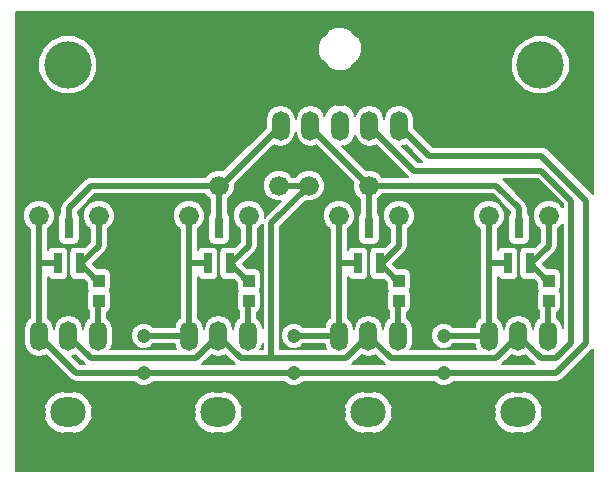
<source format=gbr>
G04 #@! TF.FileFunction,Copper,L2,Bot,Signal*
%FSLAX46Y46*%
G04 Gerber Fmt 4.6, Leading zero omitted, Abs format (unit mm)*
G04 Created by KiCad (PCBNEW 4.0.4-stable) date 10/31/16 14:50:25*
%MOMM*%
%LPD*%
G01*
G04 APERTURE LIST*
%ADD10C,0.100000*%
%ADD11O,1.500000X2.500000*%
%ADD12O,3.000000X2.500000*%
%ADD13R,0.800100X1.800860*%
%ADD14C,1.676400*%
%ADD15R,1.000000X1.100000*%
%ADD16C,4.000000*%
%ADD17C,1.200000*%
%ADD18C,0.500000*%
%ADD19C,0.200000*%
G04 APERTURE END LIST*
D10*
D11*
X2540000Y-27940000D03*
X5040000Y-27940000D03*
X7540000Y-27940000D03*
D12*
X5040000Y-34440000D03*
D11*
X40640000Y-27940000D03*
X43140000Y-27940000D03*
X45640000Y-27940000D03*
D12*
X43140000Y-34440000D03*
D11*
X27940000Y-27940000D03*
X30440000Y-27940000D03*
X32940000Y-27940000D03*
D12*
X30440000Y-34440000D03*
D11*
X15240000Y-27940000D03*
X17740000Y-27940000D03*
X20240000Y-27940000D03*
D12*
X17740000Y-34440000D03*
D11*
X33020000Y-10160000D03*
X30520000Y-10160000D03*
X28020000Y-10160000D03*
X25520000Y-10160000D03*
X23020000Y-10160000D03*
D13*
X44130000Y-21821140D03*
X42230000Y-21821140D03*
X43180000Y-18818860D03*
X31430000Y-21821140D03*
X29530000Y-21821140D03*
X30480000Y-18818860D03*
X6030000Y-21821140D03*
X4130000Y-21821140D03*
X5080000Y-18818860D03*
X18730000Y-21821140D03*
X16830000Y-21821140D03*
X17780000Y-18818860D03*
D14*
X40640000Y-17780000D03*
X45720000Y-17780000D03*
X33020000Y-17780000D03*
X27940000Y-17780000D03*
X2540000Y-17780000D03*
X7620000Y-17780000D03*
X20320000Y-17780000D03*
X15240000Y-17780000D03*
X25400000Y-15240000D03*
X30480000Y-15240000D03*
X22860000Y-15240000D03*
X17780000Y-15240000D03*
D15*
X45720000Y-23280000D03*
X45720000Y-24980000D03*
X33020000Y-24980000D03*
X33020000Y-23280000D03*
X7620000Y-23280000D03*
X7620000Y-24980000D03*
X20320000Y-24980000D03*
X20320000Y-23280000D03*
D16*
X45000000Y-5000000D03*
X5000000Y-5000000D03*
D17*
X36830000Y-27940000D03*
X36830000Y-31115000D03*
X24130000Y-27940000D03*
X24130000Y-31115000D03*
X11430000Y-31115000D03*
X11430000Y-27940000D03*
D18*
X36830000Y-31115000D02*
X46355000Y-31115000D01*
X35560000Y-12700000D02*
X33020000Y-10160000D01*
X45085000Y-12700000D02*
X35560000Y-12700000D01*
X48895000Y-16510000D02*
X45085000Y-12700000D01*
X48895000Y-28575000D02*
X48895000Y-16510000D01*
X46355000Y-31115000D02*
X48895000Y-28575000D01*
X24130000Y-31115000D02*
X36830000Y-31115000D01*
X36830000Y-27940000D02*
X40640000Y-27940000D01*
X11430000Y-31115000D02*
X24130000Y-31115000D01*
X24130000Y-27940000D02*
X27940000Y-27940000D01*
X15240000Y-27940000D02*
X11430000Y-27940000D01*
X5715000Y-31115000D02*
X2540000Y-27940000D01*
X11430000Y-31115000D02*
X5715000Y-31115000D01*
X4130000Y-21821140D02*
X2540000Y-21821140D01*
X2540000Y-21821140D02*
X2540000Y-21590000D01*
X2540000Y-27940000D02*
X2540000Y-21590000D01*
X2540000Y-21590000D02*
X2540000Y-17780000D01*
X16830000Y-21821140D02*
X15240000Y-21821140D01*
X15240000Y-21821140D02*
X15240000Y-22225000D01*
X29530000Y-21821140D02*
X27940000Y-21821140D01*
X27940000Y-21821140D02*
X27940000Y-21590000D01*
X42230000Y-21821140D02*
X40640000Y-21821140D01*
X40640000Y-21821140D02*
X40640000Y-21590000D01*
X40640000Y-17780000D02*
X40640000Y-21590000D01*
X40640000Y-21590000D02*
X40640000Y-27940000D01*
X27940000Y-27940000D02*
X27940000Y-21590000D01*
X27940000Y-21590000D02*
X27940000Y-17780000D01*
X15240000Y-17780000D02*
X15240000Y-22225000D01*
X15240000Y-22225000D02*
X15240000Y-27940000D01*
X30520000Y-10160000D02*
X34330000Y-13970000D01*
X45045000Y-29845000D02*
X43140000Y-27940000D01*
X46355000Y-29845000D02*
X45045000Y-29845000D01*
X47625000Y-28575000D02*
X46355000Y-29845000D01*
X47625000Y-16510000D02*
X47625000Y-28575000D01*
X45085000Y-13970000D02*
X47625000Y-16510000D01*
X34330000Y-13970000D02*
X45085000Y-13970000D01*
X25400000Y-15240000D02*
X22225000Y-18415000D01*
X22225000Y-18415000D02*
X22225000Y-29845000D01*
X22860000Y-15240000D02*
X25400000Y-15240000D01*
X30440000Y-27940000D02*
X32345000Y-29845000D01*
X41235000Y-29845000D02*
X43140000Y-27940000D01*
X32345000Y-29845000D02*
X41235000Y-29845000D01*
X17740000Y-27940000D02*
X19645000Y-29845000D01*
X19645000Y-29845000D02*
X22225000Y-29845000D01*
X22225000Y-29845000D02*
X25400000Y-29845000D01*
X25400000Y-29845000D02*
X28535000Y-29845000D01*
X28535000Y-29845000D02*
X30440000Y-27940000D01*
X5040000Y-27940000D02*
X6945000Y-29845000D01*
X15835000Y-29845000D02*
X17740000Y-27940000D01*
X6945000Y-29845000D02*
X15835000Y-29845000D01*
X45640000Y-27940000D02*
X45640000Y-25060000D01*
X45640000Y-25060000D02*
X45720000Y-24980000D01*
X7540000Y-27940000D02*
X7540000Y-25060000D01*
X7540000Y-25060000D02*
X7620000Y-24980000D01*
X32940000Y-27940000D02*
X32940000Y-25060000D01*
X32940000Y-25060000D02*
X33020000Y-24980000D01*
X20240000Y-27940000D02*
X20240000Y-25060000D01*
X20240000Y-25060000D02*
X20320000Y-24980000D01*
X25520000Y-10160000D02*
X25520000Y-10280000D01*
X25520000Y-10280000D02*
X30480000Y-15240000D01*
X30480000Y-15240000D02*
X41275000Y-15240000D01*
X43180000Y-17145000D02*
X43180000Y-18818860D01*
X41275000Y-15240000D02*
X43180000Y-17145000D01*
X30480000Y-18818860D02*
X30480000Y-15240000D01*
X17780000Y-15240000D02*
X17940000Y-15240000D01*
X17940000Y-15240000D02*
X23020000Y-10160000D01*
X5080000Y-18818860D02*
X5080000Y-17145000D01*
X6985000Y-15240000D02*
X17780000Y-15240000D01*
X5080000Y-17145000D02*
X6985000Y-15240000D01*
X17780000Y-18818860D02*
X17780000Y-15240000D01*
X45588860Y-23280000D02*
X44130000Y-21821140D01*
X45720000Y-23280000D02*
X45588860Y-23280000D01*
X45720000Y-20320000D02*
X45720000Y-17780000D01*
X44130000Y-21821140D02*
X44218860Y-21821140D01*
X44218860Y-21821140D02*
X45720000Y-20320000D01*
X33020000Y-23280000D02*
X32888860Y-23280000D01*
X32888860Y-23280000D02*
X31430000Y-21821140D01*
X33020000Y-20320000D02*
X31750000Y-21590000D01*
X31750000Y-21590000D02*
X31430000Y-21821140D01*
X33020000Y-17780000D02*
X33020000Y-20320000D01*
X7620000Y-23280000D02*
X7488860Y-23280000D01*
X7488860Y-23280000D02*
X6030000Y-21821140D01*
X6030000Y-21821140D02*
X6118860Y-21821140D01*
X6118860Y-21821140D02*
X7620000Y-20320000D01*
X7620000Y-17780000D02*
X7620000Y-20320000D01*
X20320000Y-23280000D02*
X20188860Y-23280000D01*
X20188860Y-23280000D02*
X18730000Y-21821140D01*
X20320000Y-20320000D02*
X20320000Y-17780000D01*
X18730000Y-21821140D02*
X18818860Y-21821140D01*
X18818860Y-21821140D02*
X20320000Y-20320000D01*
D19*
G36*
X49425000Y-15979340D02*
X45615330Y-12169670D01*
X45372013Y-12007090D01*
X45085000Y-11950000D01*
X35870660Y-11950000D01*
X34270000Y-10349340D01*
X34270000Y-9625715D01*
X34174849Y-9147361D01*
X33903883Y-8741832D01*
X33498354Y-8470866D01*
X33020000Y-8375715D01*
X32541646Y-8470866D01*
X32136117Y-8741832D01*
X31865151Y-9147361D01*
X31770000Y-9625715D01*
X31674849Y-9147361D01*
X31403883Y-8741832D01*
X30998354Y-8470866D01*
X30520000Y-8375715D01*
X30041646Y-8470866D01*
X29636117Y-8741832D01*
X29365151Y-9147361D01*
X29326114Y-9343613D01*
X29215695Y-8998038D01*
X28871356Y-8590854D01*
X28383172Y-8351462D01*
X28252125Y-8421888D01*
X28020000Y-8375715D01*
X27787875Y-8421888D01*
X27656828Y-8351462D01*
X27168644Y-8590854D01*
X26824305Y-8998038D01*
X26713886Y-9343613D01*
X26674849Y-9147361D01*
X26403883Y-8741832D01*
X25998354Y-8470866D01*
X25520000Y-8375715D01*
X25041646Y-8470866D01*
X24636117Y-8741832D01*
X24365151Y-9147361D01*
X24270000Y-9625715D01*
X24174849Y-9147361D01*
X23903883Y-8741832D01*
X23498354Y-8470866D01*
X23020000Y-8375715D01*
X22541646Y-8470866D01*
X22136117Y-8741832D01*
X21865151Y-9147361D01*
X21770000Y-9625715D01*
X21770000Y-10349340D01*
X18167441Y-13951899D01*
X18047352Y-13902033D01*
X17514983Y-13901568D01*
X17022961Y-14104868D01*
X16646191Y-14480981D01*
X16642446Y-14490000D01*
X6985000Y-14490000D01*
X6697987Y-14547090D01*
X6524651Y-14662910D01*
X6454670Y-14709670D01*
X4549670Y-16614670D01*
X4387090Y-16857987D01*
X4330000Y-17145000D01*
X4330000Y-17549456D01*
X4324485Y-17553005D01*
X4210320Y-17720091D01*
X4170155Y-17918430D01*
X4170155Y-19719290D01*
X4205019Y-19904579D01*
X4314525Y-20074755D01*
X4481611Y-20188920D01*
X4679950Y-20229085D01*
X5480050Y-20229085D01*
X5665339Y-20194221D01*
X5835515Y-20084715D01*
X5949680Y-19917629D01*
X5989845Y-19719290D01*
X5989845Y-17918430D01*
X5954981Y-17733141D01*
X5845475Y-17562965D01*
X5830000Y-17552391D01*
X5830000Y-17455660D01*
X7295660Y-15990000D01*
X16641960Y-15990000D01*
X16644868Y-15997039D01*
X17020981Y-16373809D01*
X17030000Y-16377554D01*
X17030000Y-17549456D01*
X17024485Y-17553005D01*
X16910320Y-17720091D01*
X16870155Y-17918430D01*
X16870155Y-19719290D01*
X16905019Y-19904579D01*
X17014525Y-20074755D01*
X17181611Y-20188920D01*
X17379950Y-20229085D01*
X18180050Y-20229085D01*
X18365339Y-20194221D01*
X18535515Y-20084715D01*
X18649680Y-19917629D01*
X18689845Y-19719290D01*
X18689845Y-17918430D01*
X18654981Y-17733141D01*
X18545475Y-17562965D01*
X18530000Y-17552391D01*
X18530000Y-16378040D01*
X18537039Y-16375132D01*
X18913809Y-15999019D01*
X19117967Y-15507352D01*
X19118303Y-15122357D01*
X22451656Y-11789004D01*
X22541646Y-11849134D01*
X23020000Y-11944285D01*
X23498354Y-11849134D01*
X23903883Y-11578168D01*
X24174849Y-11172639D01*
X24270000Y-10694285D01*
X24365151Y-11172639D01*
X24636117Y-11578168D01*
X25041646Y-11849134D01*
X25520000Y-11944285D01*
X25998354Y-11849134D01*
X26016410Y-11837070D01*
X29144954Y-14965614D01*
X29142033Y-14972648D01*
X29141568Y-15505017D01*
X29344868Y-15997039D01*
X29720981Y-16373809D01*
X29730000Y-16377554D01*
X29730000Y-17549456D01*
X29724485Y-17553005D01*
X29610320Y-17720091D01*
X29570155Y-17918430D01*
X29570155Y-19719290D01*
X29605019Y-19904579D01*
X29714525Y-20074755D01*
X29881611Y-20188920D01*
X30079950Y-20229085D01*
X30880050Y-20229085D01*
X31065339Y-20194221D01*
X31235515Y-20084715D01*
X31349680Y-19917629D01*
X31389845Y-19719290D01*
X31389845Y-17918430D01*
X31354981Y-17733141D01*
X31245475Y-17562965D01*
X31230000Y-17552391D01*
X31230000Y-16378040D01*
X31237039Y-16375132D01*
X31613809Y-15999019D01*
X31617554Y-15990000D01*
X40964340Y-15990000D01*
X42430000Y-17455660D01*
X42430000Y-17549456D01*
X42424485Y-17553005D01*
X42310320Y-17720091D01*
X42270155Y-17918430D01*
X42270155Y-19719290D01*
X42305019Y-19904579D01*
X42414525Y-20074755D01*
X42581611Y-20188920D01*
X42779950Y-20229085D01*
X43580050Y-20229085D01*
X43765339Y-20194221D01*
X43935515Y-20084715D01*
X44049680Y-19917629D01*
X44089845Y-19719290D01*
X44089845Y-17918430D01*
X44054981Y-17733141D01*
X43945475Y-17562965D01*
X43930000Y-17552391D01*
X43930000Y-17145000D01*
X43872910Y-16857987D01*
X43710330Y-16614670D01*
X41815660Y-14720000D01*
X44774340Y-14720000D01*
X46875000Y-16820660D01*
X46875000Y-17071045D01*
X46855132Y-17022961D01*
X46479019Y-16646191D01*
X45987352Y-16442033D01*
X45454983Y-16441568D01*
X44962961Y-16644868D01*
X44586191Y-17020981D01*
X44382033Y-17512648D01*
X44381568Y-18045017D01*
X44584868Y-18537039D01*
X44960981Y-18913809D01*
X44970000Y-18917554D01*
X44970000Y-20009340D01*
X44561963Y-20417377D01*
X44530050Y-20410915D01*
X43729950Y-20410915D01*
X43544661Y-20445779D01*
X43374485Y-20555285D01*
X43260320Y-20722371D01*
X43220155Y-20920710D01*
X43220155Y-22721570D01*
X43255019Y-22906859D01*
X43364525Y-23077035D01*
X43531611Y-23191200D01*
X43729950Y-23231365D01*
X44479565Y-23231365D01*
X44710205Y-23462005D01*
X44710205Y-23830000D01*
X44745069Y-24015289D01*
X44819344Y-24130715D01*
X44750370Y-24231661D01*
X44710205Y-24430000D01*
X44710205Y-25530000D01*
X44745069Y-25715289D01*
X44854575Y-25885465D01*
X44890000Y-25909670D01*
X44890000Y-26432374D01*
X44756117Y-26521832D01*
X44485151Y-26927361D01*
X44390000Y-27405715D01*
X44294849Y-26927361D01*
X44023883Y-26521832D01*
X43618354Y-26250866D01*
X43140000Y-26155715D01*
X42661646Y-26250866D01*
X42256117Y-26521832D01*
X41985151Y-26927361D01*
X41890000Y-27405715D01*
X41794849Y-26927361D01*
X41523883Y-26521832D01*
X41390000Y-26432374D01*
X41390000Y-22961221D01*
X41464525Y-23077035D01*
X41631611Y-23191200D01*
X41829950Y-23231365D01*
X42630050Y-23231365D01*
X42815339Y-23196501D01*
X42985515Y-23086995D01*
X43099680Y-22919909D01*
X43139845Y-22721570D01*
X43139845Y-20920710D01*
X43104981Y-20735421D01*
X42995475Y-20565245D01*
X42828389Y-20451080D01*
X42630050Y-20410915D01*
X41829950Y-20410915D01*
X41644661Y-20445779D01*
X41474485Y-20555285D01*
X41390000Y-20678933D01*
X41390000Y-18918040D01*
X41397039Y-18915132D01*
X41773809Y-18539019D01*
X41977967Y-18047352D01*
X41978432Y-17514983D01*
X41775132Y-17022961D01*
X41399019Y-16646191D01*
X40907352Y-16442033D01*
X40374983Y-16441568D01*
X39882961Y-16644868D01*
X39506191Y-17020981D01*
X39302033Y-17512648D01*
X39301568Y-18045017D01*
X39504868Y-18537039D01*
X39880981Y-18913809D01*
X39890000Y-18917554D01*
X39890000Y-26432374D01*
X39756117Y-26521832D01*
X39485151Y-26927361D01*
X39432909Y-27190000D01*
X37635587Y-27190000D01*
X37453913Y-27008009D01*
X37049763Y-26840192D01*
X36612156Y-26839810D01*
X36207714Y-27006922D01*
X35898009Y-27316087D01*
X35730192Y-27720237D01*
X35729810Y-28157844D01*
X35896922Y-28562286D01*
X36206087Y-28871991D01*
X36610237Y-29039808D01*
X37047844Y-29040190D01*
X37452286Y-28873078D01*
X37635684Y-28690000D01*
X39432909Y-28690000D01*
X39485151Y-28952639D01*
X39580274Y-29095000D01*
X33999726Y-29095000D01*
X34094849Y-28952639D01*
X34190000Y-28474285D01*
X34190000Y-27405715D01*
X34094849Y-26927361D01*
X33823883Y-26521832D01*
X33690000Y-26432374D01*
X33690000Y-26007808D01*
X33705289Y-26004931D01*
X33875465Y-25895425D01*
X33989630Y-25728339D01*
X34029795Y-25530000D01*
X34029795Y-24430000D01*
X33994931Y-24244711D01*
X33920656Y-24129285D01*
X33989630Y-24028339D01*
X34029795Y-23830000D01*
X34029795Y-22730000D01*
X33994931Y-22544711D01*
X33885425Y-22374535D01*
X33718339Y-22260370D01*
X33520000Y-22220205D01*
X32889725Y-22220205D01*
X32535090Y-21865570D01*
X33550330Y-20850330D01*
X33712910Y-20607013D01*
X33770000Y-20320000D01*
X33770000Y-18918040D01*
X33777039Y-18915132D01*
X34153809Y-18539019D01*
X34357967Y-18047352D01*
X34358432Y-17514983D01*
X34155132Y-17022961D01*
X33779019Y-16646191D01*
X33287352Y-16442033D01*
X32754983Y-16441568D01*
X32262961Y-16644868D01*
X31886191Y-17020981D01*
X31682033Y-17512648D01*
X31681568Y-18045017D01*
X31884868Y-18537039D01*
X32260981Y-18913809D01*
X32270000Y-18917554D01*
X32270000Y-20009340D01*
X31861963Y-20417377D01*
X31830050Y-20410915D01*
X31029950Y-20410915D01*
X30844661Y-20445779D01*
X30674485Y-20555285D01*
X30560320Y-20722371D01*
X30520155Y-20920710D01*
X30520155Y-22721570D01*
X30555019Y-22906859D01*
X30664525Y-23077035D01*
X30831611Y-23191200D01*
X31029950Y-23231365D01*
X31779565Y-23231365D01*
X32010205Y-23462005D01*
X32010205Y-23830000D01*
X32045069Y-24015289D01*
X32119344Y-24130715D01*
X32050370Y-24231661D01*
X32010205Y-24430000D01*
X32010205Y-25530000D01*
X32045069Y-25715289D01*
X32154575Y-25885465D01*
X32190000Y-25909670D01*
X32190000Y-26432374D01*
X32056117Y-26521832D01*
X31785151Y-26927361D01*
X31690000Y-27405715D01*
X31594849Y-26927361D01*
X31323883Y-26521832D01*
X30918354Y-26250866D01*
X30440000Y-26155715D01*
X29961646Y-26250866D01*
X29556117Y-26521832D01*
X29285151Y-26927361D01*
X29190000Y-27405715D01*
X29094849Y-26927361D01*
X28823883Y-26521832D01*
X28690000Y-26432374D01*
X28690000Y-22961221D01*
X28764525Y-23077035D01*
X28931611Y-23191200D01*
X29129950Y-23231365D01*
X29930050Y-23231365D01*
X30115339Y-23196501D01*
X30285515Y-23086995D01*
X30399680Y-22919909D01*
X30439845Y-22721570D01*
X30439845Y-20920710D01*
X30404981Y-20735421D01*
X30295475Y-20565245D01*
X30128389Y-20451080D01*
X29930050Y-20410915D01*
X29129950Y-20410915D01*
X28944661Y-20445779D01*
X28774485Y-20555285D01*
X28690000Y-20678933D01*
X28690000Y-18918040D01*
X28697039Y-18915132D01*
X29073809Y-18539019D01*
X29277967Y-18047352D01*
X29278432Y-17514983D01*
X29075132Y-17022961D01*
X28699019Y-16646191D01*
X28207352Y-16442033D01*
X27674983Y-16441568D01*
X27182961Y-16644868D01*
X26806191Y-17020981D01*
X26602033Y-17512648D01*
X26601568Y-18045017D01*
X26804868Y-18537039D01*
X27180981Y-18913809D01*
X27190000Y-18917554D01*
X27190000Y-26432374D01*
X27056117Y-26521832D01*
X26785151Y-26927361D01*
X26732909Y-27190000D01*
X24935587Y-27190000D01*
X24753913Y-27008009D01*
X24349763Y-26840192D01*
X23912156Y-26839810D01*
X23507714Y-27006922D01*
X23198009Y-27316087D01*
X23030192Y-27720237D01*
X23029810Y-28157844D01*
X23196922Y-28562286D01*
X23506087Y-28871991D01*
X23910237Y-29039808D01*
X24347844Y-29040190D01*
X24752286Y-28873078D01*
X24935684Y-28690000D01*
X26732909Y-28690000D01*
X26785151Y-28952639D01*
X26880274Y-29095000D01*
X22975000Y-29095000D01*
X22975000Y-18725660D01*
X25125614Y-16575046D01*
X25132648Y-16577967D01*
X25665017Y-16578432D01*
X26157039Y-16375132D01*
X26533809Y-15999019D01*
X26737967Y-15507352D01*
X26738432Y-14974983D01*
X26535132Y-14482961D01*
X26159019Y-14106191D01*
X25667352Y-13902033D01*
X25134983Y-13901568D01*
X24642961Y-14104868D01*
X24266191Y-14480981D01*
X24262446Y-14490000D01*
X23998040Y-14490000D01*
X23995132Y-14482961D01*
X23619019Y-14106191D01*
X23127352Y-13902033D01*
X22594983Y-13901568D01*
X22102961Y-14104868D01*
X21726191Y-14480981D01*
X21522033Y-14972648D01*
X21521568Y-15505017D01*
X21724868Y-15997039D01*
X22100981Y-16373809D01*
X22592648Y-16577967D01*
X23001016Y-16578324D01*
X21694670Y-17884670D01*
X21658061Y-17939459D01*
X21658432Y-17514983D01*
X21455132Y-17022961D01*
X21079019Y-16646191D01*
X20587352Y-16442033D01*
X20054983Y-16441568D01*
X19562961Y-16644868D01*
X19186191Y-17020981D01*
X18982033Y-17512648D01*
X18981568Y-18045017D01*
X19184868Y-18537039D01*
X19560981Y-18913809D01*
X19570000Y-18917554D01*
X19570000Y-20009340D01*
X19161963Y-20417377D01*
X19130050Y-20410915D01*
X18329950Y-20410915D01*
X18144661Y-20445779D01*
X17974485Y-20555285D01*
X17860320Y-20722371D01*
X17820155Y-20920710D01*
X17820155Y-22721570D01*
X17855019Y-22906859D01*
X17964525Y-23077035D01*
X18131611Y-23191200D01*
X18329950Y-23231365D01*
X19079565Y-23231365D01*
X19310205Y-23462005D01*
X19310205Y-23830000D01*
X19345069Y-24015289D01*
X19419344Y-24130715D01*
X19350370Y-24231661D01*
X19310205Y-24430000D01*
X19310205Y-25530000D01*
X19345069Y-25715289D01*
X19454575Y-25885465D01*
X19490000Y-25909670D01*
X19490000Y-26432374D01*
X19356117Y-26521832D01*
X19085151Y-26927361D01*
X18990000Y-27405715D01*
X18894849Y-26927361D01*
X18623883Y-26521832D01*
X18218354Y-26250866D01*
X17740000Y-26155715D01*
X17261646Y-26250866D01*
X16856117Y-26521832D01*
X16585151Y-26927361D01*
X16490000Y-27405715D01*
X16394849Y-26927361D01*
X16123883Y-26521832D01*
X15990000Y-26432374D01*
X15990000Y-22961221D01*
X16064525Y-23077035D01*
X16231611Y-23191200D01*
X16429950Y-23231365D01*
X17230050Y-23231365D01*
X17415339Y-23196501D01*
X17585515Y-23086995D01*
X17699680Y-22919909D01*
X17739845Y-22721570D01*
X17739845Y-20920710D01*
X17704981Y-20735421D01*
X17595475Y-20565245D01*
X17428389Y-20451080D01*
X17230050Y-20410915D01*
X16429950Y-20410915D01*
X16244661Y-20445779D01*
X16074485Y-20555285D01*
X15990000Y-20678933D01*
X15990000Y-18918040D01*
X15997039Y-18915132D01*
X16373809Y-18539019D01*
X16577967Y-18047352D01*
X16578432Y-17514983D01*
X16375132Y-17022961D01*
X15999019Y-16646191D01*
X15507352Y-16442033D01*
X14974983Y-16441568D01*
X14482961Y-16644868D01*
X14106191Y-17020981D01*
X13902033Y-17512648D01*
X13901568Y-18045017D01*
X14104868Y-18537039D01*
X14480981Y-18913809D01*
X14490000Y-18917554D01*
X14490000Y-26432374D01*
X14356117Y-26521832D01*
X14085151Y-26927361D01*
X14032909Y-27190000D01*
X12235587Y-27190000D01*
X12053913Y-27008009D01*
X11649763Y-26840192D01*
X11212156Y-26839810D01*
X10807714Y-27006922D01*
X10498009Y-27316087D01*
X10330192Y-27720237D01*
X10329810Y-28157844D01*
X10496922Y-28562286D01*
X10806087Y-28871991D01*
X11210237Y-29039808D01*
X11647844Y-29040190D01*
X12052286Y-28873078D01*
X12235684Y-28690000D01*
X14032909Y-28690000D01*
X14085151Y-28952639D01*
X14180274Y-29095000D01*
X8599726Y-29095000D01*
X8694849Y-28952639D01*
X8790000Y-28474285D01*
X8790000Y-27405715D01*
X8694849Y-26927361D01*
X8423883Y-26521832D01*
X8290000Y-26432374D01*
X8290000Y-26007808D01*
X8305289Y-26004931D01*
X8475465Y-25895425D01*
X8589630Y-25728339D01*
X8629795Y-25530000D01*
X8629795Y-24430000D01*
X8594931Y-24244711D01*
X8520656Y-24129285D01*
X8589630Y-24028339D01*
X8629795Y-23830000D01*
X8629795Y-22730000D01*
X8594931Y-22544711D01*
X8485425Y-22374535D01*
X8318339Y-22260370D01*
X8120000Y-22220205D01*
X7489725Y-22220205D01*
X7135090Y-21865570D01*
X8150330Y-20850330D01*
X8312911Y-20607012D01*
X8370000Y-20320000D01*
X8370000Y-18918040D01*
X8377039Y-18915132D01*
X8753809Y-18539019D01*
X8957967Y-18047352D01*
X8958432Y-17514983D01*
X8755132Y-17022961D01*
X8379019Y-16646191D01*
X7887352Y-16442033D01*
X7354983Y-16441568D01*
X6862961Y-16644868D01*
X6486191Y-17020981D01*
X6282033Y-17512648D01*
X6281568Y-18045017D01*
X6484868Y-18537039D01*
X6860981Y-18913809D01*
X6870000Y-18917554D01*
X6870000Y-20009340D01*
X6461963Y-20417377D01*
X6430050Y-20410915D01*
X5629950Y-20410915D01*
X5444661Y-20445779D01*
X5274485Y-20555285D01*
X5160320Y-20722371D01*
X5120155Y-20920710D01*
X5120155Y-22721570D01*
X5155019Y-22906859D01*
X5264525Y-23077035D01*
X5431611Y-23191200D01*
X5629950Y-23231365D01*
X6379565Y-23231365D01*
X6610205Y-23462005D01*
X6610205Y-23830000D01*
X6645069Y-24015289D01*
X6719344Y-24130715D01*
X6650370Y-24231661D01*
X6610205Y-24430000D01*
X6610205Y-25530000D01*
X6645069Y-25715289D01*
X6754575Y-25885465D01*
X6790000Y-25909670D01*
X6790000Y-26432374D01*
X6656117Y-26521832D01*
X6385151Y-26927361D01*
X6290000Y-27405715D01*
X6194849Y-26927361D01*
X5923883Y-26521832D01*
X5518354Y-26250866D01*
X5040000Y-26155715D01*
X4561646Y-26250866D01*
X4156117Y-26521832D01*
X3885151Y-26927361D01*
X3790000Y-27405715D01*
X3694849Y-26927361D01*
X3423883Y-26521832D01*
X3290000Y-26432374D01*
X3290000Y-22961221D01*
X3364525Y-23077035D01*
X3531611Y-23191200D01*
X3729950Y-23231365D01*
X4530050Y-23231365D01*
X4715339Y-23196501D01*
X4885515Y-23086995D01*
X4999680Y-22919909D01*
X5039845Y-22721570D01*
X5039845Y-20920710D01*
X5004981Y-20735421D01*
X4895475Y-20565245D01*
X4728389Y-20451080D01*
X4530050Y-20410915D01*
X3729950Y-20410915D01*
X3544661Y-20445779D01*
X3374485Y-20555285D01*
X3290000Y-20678933D01*
X3290000Y-18918040D01*
X3297039Y-18915132D01*
X3673809Y-18539019D01*
X3877967Y-18047352D01*
X3878432Y-17514983D01*
X3675132Y-17022961D01*
X3299019Y-16646191D01*
X2807352Y-16442033D01*
X2274983Y-16441568D01*
X1782961Y-16644868D01*
X1406191Y-17020981D01*
X1202033Y-17512648D01*
X1201568Y-18045017D01*
X1404868Y-18537039D01*
X1780981Y-18913809D01*
X1790000Y-18917554D01*
X1790000Y-26432374D01*
X1656117Y-26521832D01*
X1385151Y-26927361D01*
X1290000Y-27405715D01*
X1290000Y-28474285D01*
X1385151Y-28952639D01*
X1656117Y-29358168D01*
X2061646Y-29629134D01*
X2540000Y-29724285D01*
X3018354Y-29629134D01*
X3108344Y-29569004D01*
X5184670Y-31645330D01*
X5427987Y-31807910D01*
X5715000Y-31865000D01*
X10624413Y-31865000D01*
X10806087Y-32046991D01*
X11210237Y-32214808D01*
X11647844Y-32215190D01*
X12052286Y-32048078D01*
X12235684Y-31865000D01*
X23324413Y-31865000D01*
X23506087Y-32046991D01*
X23910237Y-32214808D01*
X24347844Y-32215190D01*
X24752286Y-32048078D01*
X24935684Y-31865000D01*
X36024413Y-31865000D01*
X36206087Y-32046991D01*
X36610237Y-32214808D01*
X37047844Y-32215190D01*
X37452286Y-32048078D01*
X37635684Y-31865000D01*
X46355000Y-31865000D01*
X46642013Y-31807910D01*
X46885330Y-31645330D01*
X49425000Y-29105660D01*
X49425000Y-39425000D01*
X575000Y-39425000D01*
X575000Y-33998241D01*
X2985280Y-33998241D01*
X3052359Y-34180885D01*
X3000818Y-34440000D01*
X3052359Y-34699115D01*
X2985280Y-34881759D01*
X3001889Y-34968015D01*
X3340064Y-35612103D01*
X3898978Y-36077749D01*
X4593542Y-36294062D01*
X4804750Y-36190000D01*
X5275250Y-36190000D01*
X5486458Y-36294062D01*
X6181022Y-36077749D01*
X6739936Y-35612103D01*
X7078111Y-34968015D01*
X7094720Y-34881759D01*
X7027641Y-34699115D01*
X7079182Y-34440000D01*
X7027641Y-34180885D01*
X7094720Y-33998241D01*
X15685280Y-33998241D01*
X15752359Y-34180885D01*
X15700818Y-34440000D01*
X15752359Y-34699115D01*
X15685280Y-34881759D01*
X15701889Y-34968015D01*
X16040064Y-35612103D01*
X16598978Y-36077749D01*
X17293542Y-36294062D01*
X17504750Y-36190000D01*
X17975250Y-36190000D01*
X18186458Y-36294062D01*
X18881022Y-36077749D01*
X19439936Y-35612103D01*
X19778111Y-34968015D01*
X19794720Y-34881759D01*
X19727641Y-34699115D01*
X19779182Y-34440000D01*
X19727641Y-34180885D01*
X19794720Y-33998241D01*
X28385280Y-33998241D01*
X28452359Y-34180885D01*
X28400818Y-34440000D01*
X28452359Y-34699115D01*
X28385280Y-34881759D01*
X28401889Y-34968015D01*
X28740064Y-35612103D01*
X29298978Y-36077749D01*
X29993542Y-36294062D01*
X30204750Y-36190000D01*
X30675250Y-36190000D01*
X30886458Y-36294062D01*
X31581022Y-36077749D01*
X32139936Y-35612103D01*
X32478111Y-34968015D01*
X32494720Y-34881759D01*
X32427641Y-34699115D01*
X32479182Y-34440000D01*
X32427641Y-34180885D01*
X32494720Y-33998241D01*
X41085280Y-33998241D01*
X41152359Y-34180885D01*
X41100818Y-34440000D01*
X41152359Y-34699115D01*
X41085280Y-34881759D01*
X41101889Y-34968015D01*
X41440064Y-35612103D01*
X41998978Y-36077749D01*
X42693542Y-36294062D01*
X42904750Y-36190000D01*
X43375250Y-36190000D01*
X43586458Y-36294062D01*
X44281022Y-36077749D01*
X44839936Y-35612103D01*
X45178111Y-34968015D01*
X45194720Y-34881759D01*
X45127641Y-34699115D01*
X45179182Y-34440000D01*
X45127641Y-34180885D01*
X45194720Y-33998241D01*
X45178111Y-33911985D01*
X44839936Y-33267897D01*
X44281022Y-32802251D01*
X43586458Y-32585938D01*
X43375250Y-32690000D01*
X42904750Y-32690000D01*
X42693542Y-32585938D01*
X41998978Y-32802251D01*
X41440064Y-33267897D01*
X41101889Y-33911985D01*
X41085280Y-33998241D01*
X32494720Y-33998241D01*
X32478111Y-33911985D01*
X32139936Y-33267897D01*
X31581022Y-32802251D01*
X30886458Y-32585938D01*
X30675250Y-32690000D01*
X30204750Y-32690000D01*
X29993542Y-32585938D01*
X29298978Y-32802251D01*
X28740064Y-33267897D01*
X28401889Y-33911985D01*
X28385280Y-33998241D01*
X19794720Y-33998241D01*
X19778111Y-33911985D01*
X19439936Y-33267897D01*
X18881022Y-32802251D01*
X18186458Y-32585938D01*
X17975250Y-32690000D01*
X17504750Y-32690000D01*
X17293542Y-32585938D01*
X16598978Y-32802251D01*
X16040064Y-33267897D01*
X15701889Y-33911985D01*
X15685280Y-33998241D01*
X7094720Y-33998241D01*
X7078111Y-33911985D01*
X6739936Y-33267897D01*
X6181022Y-32802251D01*
X5486458Y-32585938D01*
X5275250Y-32690000D01*
X4804750Y-32690000D01*
X4593542Y-32585938D01*
X3898978Y-32802251D01*
X3340064Y-33267897D01*
X3001889Y-33911985D01*
X2985280Y-33998241D01*
X575000Y-33998241D01*
X575000Y-5495099D01*
X2499567Y-5495099D01*
X2879367Y-6414286D01*
X3582015Y-7118161D01*
X4500538Y-7499565D01*
X5495099Y-7500433D01*
X6414286Y-7120633D01*
X7118161Y-6417985D01*
X7499565Y-5499462D01*
X7500433Y-4504901D01*
X7120633Y-3585714D01*
X6904267Y-3368970D01*
X26148089Y-3368970D01*
X26179207Y-4107473D01*
X26401952Y-4645226D01*
X26645680Y-4760316D01*
X26920113Y-5035228D01*
X27034774Y-5278048D01*
X27728970Y-5531911D01*
X28467473Y-5500793D01*
X28481219Y-5495099D01*
X42499567Y-5495099D01*
X42879367Y-6414286D01*
X43582015Y-7118161D01*
X44500538Y-7499565D01*
X45495099Y-7500433D01*
X46414286Y-7120633D01*
X47118161Y-6417985D01*
X47499565Y-5499462D01*
X47500433Y-4504901D01*
X47120633Y-3585714D01*
X46417985Y-2881839D01*
X45499462Y-2500435D01*
X44504901Y-2499567D01*
X43585714Y-2879367D01*
X42881839Y-3582015D01*
X42500435Y-4500538D01*
X42499567Y-5495099D01*
X28481219Y-5495099D01*
X29005226Y-5278048D01*
X29120316Y-5034320D01*
X29395228Y-4759887D01*
X29638048Y-4645226D01*
X29891911Y-3951030D01*
X29860793Y-3212527D01*
X29638048Y-2674774D01*
X29394320Y-2559684D01*
X29119887Y-2284772D01*
X29005226Y-2041952D01*
X28311030Y-1788089D01*
X27572527Y-1819207D01*
X27034774Y-2041952D01*
X26919684Y-2285680D01*
X26644772Y-2560113D01*
X26401952Y-2674774D01*
X26148089Y-3368970D01*
X6904267Y-3368970D01*
X6417985Y-2881839D01*
X5499462Y-2500435D01*
X4504901Y-2499567D01*
X3585714Y-2879367D01*
X2881839Y-3582015D01*
X2500435Y-4500538D01*
X2499567Y-5495099D01*
X575000Y-5495099D01*
X575000Y-575000D01*
X49425000Y-575000D01*
X49425000Y-15979340D01*
X49425000Y-15979340D01*
G37*
X49425000Y-15979340D02*
X45615330Y-12169670D01*
X45372013Y-12007090D01*
X45085000Y-11950000D01*
X35870660Y-11950000D01*
X34270000Y-10349340D01*
X34270000Y-9625715D01*
X34174849Y-9147361D01*
X33903883Y-8741832D01*
X33498354Y-8470866D01*
X33020000Y-8375715D01*
X32541646Y-8470866D01*
X32136117Y-8741832D01*
X31865151Y-9147361D01*
X31770000Y-9625715D01*
X31674849Y-9147361D01*
X31403883Y-8741832D01*
X30998354Y-8470866D01*
X30520000Y-8375715D01*
X30041646Y-8470866D01*
X29636117Y-8741832D01*
X29365151Y-9147361D01*
X29326114Y-9343613D01*
X29215695Y-8998038D01*
X28871356Y-8590854D01*
X28383172Y-8351462D01*
X28252125Y-8421888D01*
X28020000Y-8375715D01*
X27787875Y-8421888D01*
X27656828Y-8351462D01*
X27168644Y-8590854D01*
X26824305Y-8998038D01*
X26713886Y-9343613D01*
X26674849Y-9147361D01*
X26403883Y-8741832D01*
X25998354Y-8470866D01*
X25520000Y-8375715D01*
X25041646Y-8470866D01*
X24636117Y-8741832D01*
X24365151Y-9147361D01*
X24270000Y-9625715D01*
X24174849Y-9147361D01*
X23903883Y-8741832D01*
X23498354Y-8470866D01*
X23020000Y-8375715D01*
X22541646Y-8470866D01*
X22136117Y-8741832D01*
X21865151Y-9147361D01*
X21770000Y-9625715D01*
X21770000Y-10349340D01*
X18167441Y-13951899D01*
X18047352Y-13902033D01*
X17514983Y-13901568D01*
X17022961Y-14104868D01*
X16646191Y-14480981D01*
X16642446Y-14490000D01*
X6985000Y-14490000D01*
X6697987Y-14547090D01*
X6524651Y-14662910D01*
X6454670Y-14709670D01*
X4549670Y-16614670D01*
X4387090Y-16857987D01*
X4330000Y-17145000D01*
X4330000Y-17549456D01*
X4324485Y-17553005D01*
X4210320Y-17720091D01*
X4170155Y-17918430D01*
X4170155Y-19719290D01*
X4205019Y-19904579D01*
X4314525Y-20074755D01*
X4481611Y-20188920D01*
X4679950Y-20229085D01*
X5480050Y-20229085D01*
X5665339Y-20194221D01*
X5835515Y-20084715D01*
X5949680Y-19917629D01*
X5989845Y-19719290D01*
X5989845Y-17918430D01*
X5954981Y-17733141D01*
X5845475Y-17562965D01*
X5830000Y-17552391D01*
X5830000Y-17455660D01*
X7295660Y-15990000D01*
X16641960Y-15990000D01*
X16644868Y-15997039D01*
X17020981Y-16373809D01*
X17030000Y-16377554D01*
X17030000Y-17549456D01*
X17024485Y-17553005D01*
X16910320Y-17720091D01*
X16870155Y-17918430D01*
X16870155Y-19719290D01*
X16905019Y-19904579D01*
X17014525Y-20074755D01*
X17181611Y-20188920D01*
X17379950Y-20229085D01*
X18180050Y-20229085D01*
X18365339Y-20194221D01*
X18535515Y-20084715D01*
X18649680Y-19917629D01*
X18689845Y-19719290D01*
X18689845Y-17918430D01*
X18654981Y-17733141D01*
X18545475Y-17562965D01*
X18530000Y-17552391D01*
X18530000Y-16378040D01*
X18537039Y-16375132D01*
X18913809Y-15999019D01*
X19117967Y-15507352D01*
X19118303Y-15122357D01*
X22451656Y-11789004D01*
X22541646Y-11849134D01*
X23020000Y-11944285D01*
X23498354Y-11849134D01*
X23903883Y-11578168D01*
X24174849Y-11172639D01*
X24270000Y-10694285D01*
X24365151Y-11172639D01*
X24636117Y-11578168D01*
X25041646Y-11849134D01*
X25520000Y-11944285D01*
X25998354Y-11849134D01*
X26016410Y-11837070D01*
X29144954Y-14965614D01*
X29142033Y-14972648D01*
X29141568Y-15505017D01*
X29344868Y-15997039D01*
X29720981Y-16373809D01*
X29730000Y-16377554D01*
X29730000Y-17549456D01*
X29724485Y-17553005D01*
X29610320Y-17720091D01*
X29570155Y-17918430D01*
X29570155Y-19719290D01*
X29605019Y-19904579D01*
X29714525Y-20074755D01*
X29881611Y-20188920D01*
X30079950Y-20229085D01*
X30880050Y-20229085D01*
X31065339Y-20194221D01*
X31235515Y-20084715D01*
X31349680Y-19917629D01*
X31389845Y-19719290D01*
X31389845Y-17918430D01*
X31354981Y-17733141D01*
X31245475Y-17562965D01*
X31230000Y-17552391D01*
X31230000Y-16378040D01*
X31237039Y-16375132D01*
X31613809Y-15999019D01*
X31617554Y-15990000D01*
X40964340Y-15990000D01*
X42430000Y-17455660D01*
X42430000Y-17549456D01*
X42424485Y-17553005D01*
X42310320Y-17720091D01*
X42270155Y-17918430D01*
X42270155Y-19719290D01*
X42305019Y-19904579D01*
X42414525Y-20074755D01*
X42581611Y-20188920D01*
X42779950Y-20229085D01*
X43580050Y-20229085D01*
X43765339Y-20194221D01*
X43935515Y-20084715D01*
X44049680Y-19917629D01*
X44089845Y-19719290D01*
X44089845Y-17918430D01*
X44054981Y-17733141D01*
X43945475Y-17562965D01*
X43930000Y-17552391D01*
X43930000Y-17145000D01*
X43872910Y-16857987D01*
X43710330Y-16614670D01*
X41815660Y-14720000D01*
X44774340Y-14720000D01*
X46875000Y-16820660D01*
X46875000Y-17071045D01*
X46855132Y-17022961D01*
X46479019Y-16646191D01*
X45987352Y-16442033D01*
X45454983Y-16441568D01*
X44962961Y-16644868D01*
X44586191Y-17020981D01*
X44382033Y-17512648D01*
X44381568Y-18045017D01*
X44584868Y-18537039D01*
X44960981Y-18913809D01*
X44970000Y-18917554D01*
X44970000Y-20009340D01*
X44561963Y-20417377D01*
X44530050Y-20410915D01*
X43729950Y-20410915D01*
X43544661Y-20445779D01*
X43374485Y-20555285D01*
X43260320Y-20722371D01*
X43220155Y-20920710D01*
X43220155Y-22721570D01*
X43255019Y-22906859D01*
X43364525Y-23077035D01*
X43531611Y-23191200D01*
X43729950Y-23231365D01*
X44479565Y-23231365D01*
X44710205Y-23462005D01*
X44710205Y-23830000D01*
X44745069Y-24015289D01*
X44819344Y-24130715D01*
X44750370Y-24231661D01*
X44710205Y-24430000D01*
X44710205Y-25530000D01*
X44745069Y-25715289D01*
X44854575Y-25885465D01*
X44890000Y-25909670D01*
X44890000Y-26432374D01*
X44756117Y-26521832D01*
X44485151Y-26927361D01*
X44390000Y-27405715D01*
X44294849Y-26927361D01*
X44023883Y-26521832D01*
X43618354Y-26250866D01*
X43140000Y-26155715D01*
X42661646Y-26250866D01*
X42256117Y-26521832D01*
X41985151Y-26927361D01*
X41890000Y-27405715D01*
X41794849Y-26927361D01*
X41523883Y-26521832D01*
X41390000Y-26432374D01*
X41390000Y-22961221D01*
X41464525Y-23077035D01*
X41631611Y-23191200D01*
X41829950Y-23231365D01*
X42630050Y-23231365D01*
X42815339Y-23196501D01*
X42985515Y-23086995D01*
X43099680Y-22919909D01*
X43139845Y-22721570D01*
X43139845Y-20920710D01*
X43104981Y-20735421D01*
X42995475Y-20565245D01*
X42828389Y-20451080D01*
X42630050Y-20410915D01*
X41829950Y-20410915D01*
X41644661Y-20445779D01*
X41474485Y-20555285D01*
X41390000Y-20678933D01*
X41390000Y-18918040D01*
X41397039Y-18915132D01*
X41773809Y-18539019D01*
X41977967Y-18047352D01*
X41978432Y-17514983D01*
X41775132Y-17022961D01*
X41399019Y-16646191D01*
X40907352Y-16442033D01*
X40374983Y-16441568D01*
X39882961Y-16644868D01*
X39506191Y-17020981D01*
X39302033Y-17512648D01*
X39301568Y-18045017D01*
X39504868Y-18537039D01*
X39880981Y-18913809D01*
X39890000Y-18917554D01*
X39890000Y-26432374D01*
X39756117Y-26521832D01*
X39485151Y-26927361D01*
X39432909Y-27190000D01*
X37635587Y-27190000D01*
X37453913Y-27008009D01*
X37049763Y-26840192D01*
X36612156Y-26839810D01*
X36207714Y-27006922D01*
X35898009Y-27316087D01*
X35730192Y-27720237D01*
X35729810Y-28157844D01*
X35896922Y-28562286D01*
X36206087Y-28871991D01*
X36610237Y-29039808D01*
X37047844Y-29040190D01*
X37452286Y-28873078D01*
X37635684Y-28690000D01*
X39432909Y-28690000D01*
X39485151Y-28952639D01*
X39580274Y-29095000D01*
X33999726Y-29095000D01*
X34094849Y-28952639D01*
X34190000Y-28474285D01*
X34190000Y-27405715D01*
X34094849Y-26927361D01*
X33823883Y-26521832D01*
X33690000Y-26432374D01*
X33690000Y-26007808D01*
X33705289Y-26004931D01*
X33875465Y-25895425D01*
X33989630Y-25728339D01*
X34029795Y-25530000D01*
X34029795Y-24430000D01*
X33994931Y-24244711D01*
X33920656Y-24129285D01*
X33989630Y-24028339D01*
X34029795Y-23830000D01*
X34029795Y-22730000D01*
X33994931Y-22544711D01*
X33885425Y-22374535D01*
X33718339Y-22260370D01*
X33520000Y-22220205D01*
X32889725Y-22220205D01*
X32535090Y-21865570D01*
X33550330Y-20850330D01*
X33712910Y-20607013D01*
X33770000Y-20320000D01*
X33770000Y-18918040D01*
X33777039Y-18915132D01*
X34153809Y-18539019D01*
X34357967Y-18047352D01*
X34358432Y-17514983D01*
X34155132Y-17022961D01*
X33779019Y-16646191D01*
X33287352Y-16442033D01*
X32754983Y-16441568D01*
X32262961Y-16644868D01*
X31886191Y-17020981D01*
X31682033Y-17512648D01*
X31681568Y-18045017D01*
X31884868Y-18537039D01*
X32260981Y-18913809D01*
X32270000Y-18917554D01*
X32270000Y-20009340D01*
X31861963Y-20417377D01*
X31830050Y-20410915D01*
X31029950Y-20410915D01*
X30844661Y-20445779D01*
X30674485Y-20555285D01*
X30560320Y-20722371D01*
X30520155Y-20920710D01*
X30520155Y-22721570D01*
X30555019Y-22906859D01*
X30664525Y-23077035D01*
X30831611Y-23191200D01*
X31029950Y-23231365D01*
X31779565Y-23231365D01*
X32010205Y-23462005D01*
X32010205Y-23830000D01*
X32045069Y-24015289D01*
X32119344Y-24130715D01*
X32050370Y-24231661D01*
X32010205Y-24430000D01*
X32010205Y-25530000D01*
X32045069Y-25715289D01*
X32154575Y-25885465D01*
X32190000Y-25909670D01*
X32190000Y-26432374D01*
X32056117Y-26521832D01*
X31785151Y-26927361D01*
X31690000Y-27405715D01*
X31594849Y-26927361D01*
X31323883Y-26521832D01*
X30918354Y-26250866D01*
X30440000Y-26155715D01*
X29961646Y-26250866D01*
X29556117Y-26521832D01*
X29285151Y-26927361D01*
X29190000Y-27405715D01*
X29094849Y-26927361D01*
X28823883Y-26521832D01*
X28690000Y-26432374D01*
X28690000Y-22961221D01*
X28764525Y-23077035D01*
X28931611Y-23191200D01*
X29129950Y-23231365D01*
X29930050Y-23231365D01*
X30115339Y-23196501D01*
X30285515Y-23086995D01*
X30399680Y-22919909D01*
X30439845Y-22721570D01*
X30439845Y-20920710D01*
X30404981Y-20735421D01*
X30295475Y-20565245D01*
X30128389Y-20451080D01*
X29930050Y-20410915D01*
X29129950Y-20410915D01*
X28944661Y-20445779D01*
X28774485Y-20555285D01*
X28690000Y-20678933D01*
X28690000Y-18918040D01*
X28697039Y-18915132D01*
X29073809Y-18539019D01*
X29277967Y-18047352D01*
X29278432Y-17514983D01*
X29075132Y-17022961D01*
X28699019Y-16646191D01*
X28207352Y-16442033D01*
X27674983Y-16441568D01*
X27182961Y-16644868D01*
X26806191Y-17020981D01*
X26602033Y-17512648D01*
X26601568Y-18045017D01*
X26804868Y-18537039D01*
X27180981Y-18913809D01*
X27190000Y-18917554D01*
X27190000Y-26432374D01*
X27056117Y-26521832D01*
X26785151Y-26927361D01*
X26732909Y-27190000D01*
X24935587Y-27190000D01*
X24753913Y-27008009D01*
X24349763Y-26840192D01*
X23912156Y-26839810D01*
X23507714Y-27006922D01*
X23198009Y-27316087D01*
X23030192Y-27720237D01*
X23029810Y-28157844D01*
X23196922Y-28562286D01*
X23506087Y-28871991D01*
X23910237Y-29039808D01*
X24347844Y-29040190D01*
X24752286Y-28873078D01*
X24935684Y-28690000D01*
X26732909Y-28690000D01*
X26785151Y-28952639D01*
X26880274Y-29095000D01*
X22975000Y-29095000D01*
X22975000Y-18725660D01*
X25125614Y-16575046D01*
X25132648Y-16577967D01*
X25665017Y-16578432D01*
X26157039Y-16375132D01*
X26533809Y-15999019D01*
X26737967Y-15507352D01*
X26738432Y-14974983D01*
X26535132Y-14482961D01*
X26159019Y-14106191D01*
X25667352Y-13902033D01*
X25134983Y-13901568D01*
X24642961Y-14104868D01*
X24266191Y-14480981D01*
X24262446Y-14490000D01*
X23998040Y-14490000D01*
X23995132Y-14482961D01*
X23619019Y-14106191D01*
X23127352Y-13902033D01*
X22594983Y-13901568D01*
X22102961Y-14104868D01*
X21726191Y-14480981D01*
X21522033Y-14972648D01*
X21521568Y-15505017D01*
X21724868Y-15997039D01*
X22100981Y-16373809D01*
X22592648Y-16577967D01*
X23001016Y-16578324D01*
X21694670Y-17884670D01*
X21658061Y-17939459D01*
X21658432Y-17514983D01*
X21455132Y-17022961D01*
X21079019Y-16646191D01*
X20587352Y-16442033D01*
X20054983Y-16441568D01*
X19562961Y-16644868D01*
X19186191Y-17020981D01*
X18982033Y-17512648D01*
X18981568Y-18045017D01*
X19184868Y-18537039D01*
X19560981Y-18913809D01*
X19570000Y-18917554D01*
X19570000Y-20009340D01*
X19161963Y-20417377D01*
X19130050Y-20410915D01*
X18329950Y-20410915D01*
X18144661Y-20445779D01*
X17974485Y-20555285D01*
X17860320Y-20722371D01*
X17820155Y-20920710D01*
X17820155Y-22721570D01*
X17855019Y-22906859D01*
X17964525Y-23077035D01*
X18131611Y-23191200D01*
X18329950Y-23231365D01*
X19079565Y-23231365D01*
X19310205Y-23462005D01*
X19310205Y-23830000D01*
X19345069Y-24015289D01*
X19419344Y-24130715D01*
X19350370Y-24231661D01*
X19310205Y-24430000D01*
X19310205Y-25530000D01*
X19345069Y-25715289D01*
X19454575Y-25885465D01*
X19490000Y-25909670D01*
X19490000Y-26432374D01*
X19356117Y-26521832D01*
X19085151Y-26927361D01*
X18990000Y-27405715D01*
X18894849Y-26927361D01*
X18623883Y-26521832D01*
X18218354Y-26250866D01*
X17740000Y-26155715D01*
X17261646Y-26250866D01*
X16856117Y-26521832D01*
X16585151Y-26927361D01*
X16490000Y-27405715D01*
X16394849Y-26927361D01*
X16123883Y-26521832D01*
X15990000Y-26432374D01*
X15990000Y-22961221D01*
X16064525Y-23077035D01*
X16231611Y-23191200D01*
X16429950Y-23231365D01*
X17230050Y-23231365D01*
X17415339Y-23196501D01*
X17585515Y-23086995D01*
X17699680Y-22919909D01*
X17739845Y-22721570D01*
X17739845Y-20920710D01*
X17704981Y-20735421D01*
X17595475Y-20565245D01*
X17428389Y-20451080D01*
X17230050Y-20410915D01*
X16429950Y-20410915D01*
X16244661Y-20445779D01*
X16074485Y-20555285D01*
X15990000Y-20678933D01*
X15990000Y-18918040D01*
X15997039Y-18915132D01*
X16373809Y-18539019D01*
X16577967Y-18047352D01*
X16578432Y-17514983D01*
X16375132Y-17022961D01*
X15999019Y-16646191D01*
X15507352Y-16442033D01*
X14974983Y-16441568D01*
X14482961Y-16644868D01*
X14106191Y-17020981D01*
X13902033Y-17512648D01*
X13901568Y-18045017D01*
X14104868Y-18537039D01*
X14480981Y-18913809D01*
X14490000Y-18917554D01*
X14490000Y-26432374D01*
X14356117Y-26521832D01*
X14085151Y-26927361D01*
X14032909Y-27190000D01*
X12235587Y-27190000D01*
X12053913Y-27008009D01*
X11649763Y-26840192D01*
X11212156Y-26839810D01*
X10807714Y-27006922D01*
X10498009Y-27316087D01*
X10330192Y-27720237D01*
X10329810Y-28157844D01*
X10496922Y-28562286D01*
X10806087Y-28871991D01*
X11210237Y-29039808D01*
X11647844Y-29040190D01*
X12052286Y-28873078D01*
X12235684Y-28690000D01*
X14032909Y-28690000D01*
X14085151Y-28952639D01*
X14180274Y-29095000D01*
X8599726Y-29095000D01*
X8694849Y-28952639D01*
X8790000Y-28474285D01*
X8790000Y-27405715D01*
X8694849Y-26927361D01*
X8423883Y-26521832D01*
X8290000Y-26432374D01*
X8290000Y-26007808D01*
X8305289Y-26004931D01*
X8475465Y-25895425D01*
X8589630Y-25728339D01*
X8629795Y-25530000D01*
X8629795Y-24430000D01*
X8594931Y-24244711D01*
X8520656Y-24129285D01*
X8589630Y-24028339D01*
X8629795Y-23830000D01*
X8629795Y-22730000D01*
X8594931Y-22544711D01*
X8485425Y-22374535D01*
X8318339Y-22260370D01*
X8120000Y-22220205D01*
X7489725Y-22220205D01*
X7135090Y-21865570D01*
X8150330Y-20850330D01*
X8312911Y-20607012D01*
X8370000Y-20320000D01*
X8370000Y-18918040D01*
X8377039Y-18915132D01*
X8753809Y-18539019D01*
X8957967Y-18047352D01*
X8958432Y-17514983D01*
X8755132Y-17022961D01*
X8379019Y-16646191D01*
X7887352Y-16442033D01*
X7354983Y-16441568D01*
X6862961Y-16644868D01*
X6486191Y-17020981D01*
X6282033Y-17512648D01*
X6281568Y-18045017D01*
X6484868Y-18537039D01*
X6860981Y-18913809D01*
X6870000Y-18917554D01*
X6870000Y-20009340D01*
X6461963Y-20417377D01*
X6430050Y-20410915D01*
X5629950Y-20410915D01*
X5444661Y-20445779D01*
X5274485Y-20555285D01*
X5160320Y-20722371D01*
X5120155Y-20920710D01*
X5120155Y-22721570D01*
X5155019Y-22906859D01*
X5264525Y-23077035D01*
X5431611Y-23191200D01*
X5629950Y-23231365D01*
X6379565Y-23231365D01*
X6610205Y-23462005D01*
X6610205Y-23830000D01*
X6645069Y-24015289D01*
X6719344Y-24130715D01*
X6650370Y-24231661D01*
X6610205Y-24430000D01*
X6610205Y-25530000D01*
X6645069Y-25715289D01*
X6754575Y-25885465D01*
X6790000Y-25909670D01*
X6790000Y-26432374D01*
X6656117Y-26521832D01*
X6385151Y-26927361D01*
X6290000Y-27405715D01*
X6194849Y-26927361D01*
X5923883Y-26521832D01*
X5518354Y-26250866D01*
X5040000Y-26155715D01*
X4561646Y-26250866D01*
X4156117Y-26521832D01*
X3885151Y-26927361D01*
X3790000Y-27405715D01*
X3694849Y-26927361D01*
X3423883Y-26521832D01*
X3290000Y-26432374D01*
X3290000Y-22961221D01*
X3364525Y-23077035D01*
X3531611Y-23191200D01*
X3729950Y-23231365D01*
X4530050Y-23231365D01*
X4715339Y-23196501D01*
X4885515Y-23086995D01*
X4999680Y-22919909D01*
X5039845Y-22721570D01*
X5039845Y-20920710D01*
X5004981Y-20735421D01*
X4895475Y-20565245D01*
X4728389Y-20451080D01*
X4530050Y-20410915D01*
X3729950Y-20410915D01*
X3544661Y-20445779D01*
X3374485Y-20555285D01*
X3290000Y-20678933D01*
X3290000Y-18918040D01*
X3297039Y-18915132D01*
X3673809Y-18539019D01*
X3877967Y-18047352D01*
X3878432Y-17514983D01*
X3675132Y-17022961D01*
X3299019Y-16646191D01*
X2807352Y-16442033D01*
X2274983Y-16441568D01*
X1782961Y-16644868D01*
X1406191Y-17020981D01*
X1202033Y-17512648D01*
X1201568Y-18045017D01*
X1404868Y-18537039D01*
X1780981Y-18913809D01*
X1790000Y-18917554D01*
X1790000Y-26432374D01*
X1656117Y-26521832D01*
X1385151Y-26927361D01*
X1290000Y-27405715D01*
X1290000Y-28474285D01*
X1385151Y-28952639D01*
X1656117Y-29358168D01*
X2061646Y-29629134D01*
X2540000Y-29724285D01*
X3018354Y-29629134D01*
X3108344Y-29569004D01*
X5184670Y-31645330D01*
X5427987Y-31807910D01*
X5715000Y-31865000D01*
X10624413Y-31865000D01*
X10806087Y-32046991D01*
X11210237Y-32214808D01*
X11647844Y-32215190D01*
X12052286Y-32048078D01*
X12235684Y-31865000D01*
X23324413Y-31865000D01*
X23506087Y-32046991D01*
X23910237Y-32214808D01*
X24347844Y-32215190D01*
X24752286Y-32048078D01*
X24935684Y-31865000D01*
X36024413Y-31865000D01*
X36206087Y-32046991D01*
X36610237Y-32214808D01*
X37047844Y-32215190D01*
X37452286Y-32048078D01*
X37635684Y-31865000D01*
X46355000Y-31865000D01*
X46642013Y-31807910D01*
X46885330Y-31645330D01*
X49425000Y-29105660D01*
X49425000Y-39425000D01*
X575000Y-39425000D01*
X575000Y-33998241D01*
X2985280Y-33998241D01*
X3052359Y-34180885D01*
X3000818Y-34440000D01*
X3052359Y-34699115D01*
X2985280Y-34881759D01*
X3001889Y-34968015D01*
X3340064Y-35612103D01*
X3898978Y-36077749D01*
X4593542Y-36294062D01*
X4804750Y-36190000D01*
X5275250Y-36190000D01*
X5486458Y-36294062D01*
X6181022Y-36077749D01*
X6739936Y-35612103D01*
X7078111Y-34968015D01*
X7094720Y-34881759D01*
X7027641Y-34699115D01*
X7079182Y-34440000D01*
X7027641Y-34180885D01*
X7094720Y-33998241D01*
X15685280Y-33998241D01*
X15752359Y-34180885D01*
X15700818Y-34440000D01*
X15752359Y-34699115D01*
X15685280Y-34881759D01*
X15701889Y-34968015D01*
X16040064Y-35612103D01*
X16598978Y-36077749D01*
X17293542Y-36294062D01*
X17504750Y-36190000D01*
X17975250Y-36190000D01*
X18186458Y-36294062D01*
X18881022Y-36077749D01*
X19439936Y-35612103D01*
X19778111Y-34968015D01*
X19794720Y-34881759D01*
X19727641Y-34699115D01*
X19779182Y-34440000D01*
X19727641Y-34180885D01*
X19794720Y-33998241D01*
X28385280Y-33998241D01*
X28452359Y-34180885D01*
X28400818Y-34440000D01*
X28452359Y-34699115D01*
X28385280Y-34881759D01*
X28401889Y-34968015D01*
X28740064Y-35612103D01*
X29298978Y-36077749D01*
X29993542Y-36294062D01*
X30204750Y-36190000D01*
X30675250Y-36190000D01*
X30886458Y-36294062D01*
X31581022Y-36077749D01*
X32139936Y-35612103D01*
X32478111Y-34968015D01*
X32494720Y-34881759D01*
X32427641Y-34699115D01*
X32479182Y-34440000D01*
X32427641Y-34180885D01*
X32494720Y-33998241D01*
X41085280Y-33998241D01*
X41152359Y-34180885D01*
X41100818Y-34440000D01*
X41152359Y-34699115D01*
X41085280Y-34881759D01*
X41101889Y-34968015D01*
X41440064Y-35612103D01*
X41998978Y-36077749D01*
X42693542Y-36294062D01*
X42904750Y-36190000D01*
X43375250Y-36190000D01*
X43586458Y-36294062D01*
X44281022Y-36077749D01*
X44839936Y-35612103D01*
X45178111Y-34968015D01*
X45194720Y-34881759D01*
X45127641Y-34699115D01*
X45179182Y-34440000D01*
X45127641Y-34180885D01*
X45194720Y-33998241D01*
X45178111Y-33911985D01*
X44839936Y-33267897D01*
X44281022Y-32802251D01*
X43586458Y-32585938D01*
X43375250Y-32690000D01*
X42904750Y-32690000D01*
X42693542Y-32585938D01*
X41998978Y-32802251D01*
X41440064Y-33267897D01*
X41101889Y-33911985D01*
X41085280Y-33998241D01*
X32494720Y-33998241D01*
X32478111Y-33911985D01*
X32139936Y-33267897D01*
X31581022Y-32802251D01*
X30886458Y-32585938D01*
X30675250Y-32690000D01*
X30204750Y-32690000D01*
X29993542Y-32585938D01*
X29298978Y-32802251D01*
X28740064Y-33267897D01*
X28401889Y-33911985D01*
X28385280Y-33998241D01*
X19794720Y-33998241D01*
X19778111Y-33911985D01*
X19439936Y-33267897D01*
X18881022Y-32802251D01*
X18186458Y-32585938D01*
X17975250Y-32690000D01*
X17504750Y-32690000D01*
X17293542Y-32585938D01*
X16598978Y-32802251D01*
X16040064Y-33267897D01*
X15701889Y-33911985D01*
X15685280Y-33998241D01*
X7094720Y-33998241D01*
X7078111Y-33911985D01*
X6739936Y-33267897D01*
X6181022Y-32802251D01*
X5486458Y-32585938D01*
X5275250Y-32690000D01*
X4804750Y-32690000D01*
X4593542Y-32585938D01*
X3898978Y-32802251D01*
X3340064Y-33267897D01*
X3001889Y-33911985D01*
X2985280Y-33998241D01*
X575000Y-33998241D01*
X575000Y-5495099D01*
X2499567Y-5495099D01*
X2879367Y-6414286D01*
X3582015Y-7118161D01*
X4500538Y-7499565D01*
X5495099Y-7500433D01*
X6414286Y-7120633D01*
X7118161Y-6417985D01*
X7499565Y-5499462D01*
X7500433Y-4504901D01*
X7120633Y-3585714D01*
X6904267Y-3368970D01*
X26148089Y-3368970D01*
X26179207Y-4107473D01*
X26401952Y-4645226D01*
X26645680Y-4760316D01*
X26920113Y-5035228D01*
X27034774Y-5278048D01*
X27728970Y-5531911D01*
X28467473Y-5500793D01*
X28481219Y-5495099D01*
X42499567Y-5495099D01*
X42879367Y-6414286D01*
X43582015Y-7118161D01*
X44500538Y-7499565D01*
X45495099Y-7500433D01*
X46414286Y-7120633D01*
X47118161Y-6417985D01*
X47499565Y-5499462D01*
X47500433Y-4504901D01*
X47120633Y-3585714D01*
X46417985Y-2881839D01*
X45499462Y-2500435D01*
X44504901Y-2499567D01*
X43585714Y-2879367D01*
X42881839Y-3582015D01*
X42500435Y-4500538D01*
X42499567Y-5495099D01*
X28481219Y-5495099D01*
X29005226Y-5278048D01*
X29120316Y-5034320D01*
X29395228Y-4759887D01*
X29638048Y-4645226D01*
X29891911Y-3951030D01*
X29860793Y-3212527D01*
X29638048Y-2674774D01*
X29394320Y-2559684D01*
X29119887Y-2284772D01*
X29005226Y-2041952D01*
X28311030Y-1788089D01*
X27572527Y-1819207D01*
X27034774Y-2041952D01*
X26919684Y-2285680D01*
X26644772Y-2560113D01*
X26401952Y-2674774D01*
X26148089Y-3368970D01*
X6904267Y-3368970D01*
X6417985Y-2881839D01*
X5499462Y-2500435D01*
X4504901Y-2499567D01*
X3585714Y-2879367D01*
X2881839Y-3582015D01*
X2500435Y-4500538D01*
X2499567Y-5495099D01*
X575000Y-5495099D01*
X575000Y-575000D01*
X49425000Y-575000D01*
X49425000Y-15979340D01*
G36*
X19104340Y-30365000D02*
X16375660Y-30365000D01*
X17171656Y-29569004D01*
X17261646Y-29629134D01*
X17740000Y-29724285D01*
X18218354Y-29629134D01*
X18308344Y-29569004D01*
X19104340Y-30365000D01*
X19104340Y-30365000D01*
G37*
X19104340Y-30365000D02*
X16375660Y-30365000D01*
X17171656Y-29569004D01*
X17261646Y-29629134D01*
X17740000Y-29724285D01*
X18218354Y-29629134D01*
X18308344Y-29569004D01*
X19104340Y-30365000D01*
G36*
X44504340Y-30365000D02*
X41775660Y-30365000D01*
X42571656Y-29569004D01*
X42661646Y-29629134D01*
X43140000Y-29724285D01*
X43618354Y-29629134D01*
X43708344Y-29569004D01*
X44504340Y-30365000D01*
X44504340Y-30365000D01*
G37*
X44504340Y-30365000D02*
X41775660Y-30365000D01*
X42571656Y-29569004D01*
X42661646Y-29629134D01*
X43140000Y-29724285D01*
X43618354Y-29629134D01*
X43708344Y-29569004D01*
X44504340Y-30365000D01*
G36*
X6404340Y-30365000D02*
X6025660Y-30365000D01*
X5327715Y-29667055D01*
X5518354Y-29629134D01*
X5608344Y-29569004D01*
X6404340Y-30365000D01*
X6404340Y-30365000D01*
G37*
X6404340Y-30365000D02*
X6025660Y-30365000D01*
X5327715Y-29667055D01*
X5518354Y-29629134D01*
X5608344Y-29569004D01*
X6404340Y-30365000D01*
G36*
X31804340Y-30365000D02*
X29075660Y-30365000D01*
X29871656Y-29569004D01*
X29961646Y-29629134D01*
X30440000Y-29724285D01*
X30918354Y-29629134D01*
X31008344Y-29569004D01*
X31804340Y-30365000D01*
X31804340Y-30365000D01*
G37*
X31804340Y-30365000D02*
X29075660Y-30365000D01*
X29871656Y-29569004D01*
X29961646Y-29629134D01*
X30440000Y-29724285D01*
X30918354Y-29629134D01*
X31008344Y-29569004D01*
X31804340Y-30365000D01*
G36*
X21475000Y-29095000D02*
X21299726Y-29095000D01*
X21394849Y-28952639D01*
X21475000Y-28549695D01*
X21475000Y-29095000D01*
X21475000Y-29095000D01*
G37*
X21475000Y-29095000D02*
X21299726Y-29095000D01*
X21394849Y-28952639D01*
X21475000Y-28549695D01*
X21475000Y-29095000D01*
G36*
X46875000Y-27330305D02*
X46794849Y-26927361D01*
X46523883Y-26521832D01*
X46390000Y-26432374D01*
X46390000Y-26007808D01*
X46405289Y-26004931D01*
X46575465Y-25895425D01*
X46689630Y-25728339D01*
X46729795Y-25530000D01*
X46729795Y-24430000D01*
X46694931Y-24244711D01*
X46620656Y-24129285D01*
X46689630Y-24028339D01*
X46729795Y-23830000D01*
X46729795Y-22730000D01*
X46694931Y-22544711D01*
X46585425Y-22374535D01*
X46418339Y-22260370D01*
X46220000Y-22220205D01*
X45589725Y-22220205D01*
X45235090Y-21865570D01*
X46250330Y-20850330D01*
X46412911Y-20607012D01*
X46470000Y-20320000D01*
X46470000Y-18918040D01*
X46477039Y-18915132D01*
X46853809Y-18539019D01*
X46875000Y-18487985D01*
X46875000Y-27330305D01*
X46875000Y-27330305D01*
G37*
X46875000Y-27330305D02*
X46794849Y-26927361D01*
X46523883Y-26521832D01*
X46390000Y-26432374D01*
X46390000Y-26007808D01*
X46405289Y-26004931D01*
X46575465Y-25895425D01*
X46689630Y-25728339D01*
X46729795Y-25530000D01*
X46729795Y-24430000D01*
X46694931Y-24244711D01*
X46620656Y-24129285D01*
X46689630Y-24028339D01*
X46729795Y-23830000D01*
X46729795Y-22730000D01*
X46694931Y-22544711D01*
X46585425Y-22374535D01*
X46418339Y-22260370D01*
X46220000Y-22220205D01*
X45589725Y-22220205D01*
X45235090Y-21865570D01*
X46250330Y-20850330D01*
X46412911Y-20607012D01*
X46470000Y-20320000D01*
X46470000Y-18918040D01*
X46477039Y-18915132D01*
X46853809Y-18539019D01*
X46875000Y-18487985D01*
X46875000Y-27330305D01*
G36*
X21475000Y-27330305D02*
X21394849Y-26927361D01*
X21123883Y-26521832D01*
X20990000Y-26432374D01*
X20990000Y-26007808D01*
X21005289Y-26004931D01*
X21175465Y-25895425D01*
X21289630Y-25728339D01*
X21329795Y-25530000D01*
X21329795Y-24430000D01*
X21294931Y-24244711D01*
X21220656Y-24129285D01*
X21289630Y-24028339D01*
X21329795Y-23830000D01*
X21329795Y-22730000D01*
X21294931Y-22544711D01*
X21185425Y-22374535D01*
X21018339Y-22260370D01*
X20820000Y-22220205D01*
X20189725Y-22220205D01*
X19835090Y-21865570D01*
X20850330Y-20850330D01*
X21012911Y-20607012D01*
X21070000Y-20320000D01*
X21070000Y-18918040D01*
X21077039Y-18915132D01*
X21453809Y-18539019D01*
X21475000Y-18487985D01*
X21475000Y-27330305D01*
X21475000Y-27330305D01*
G37*
X21475000Y-27330305D02*
X21394849Y-26927361D01*
X21123883Y-26521832D01*
X20990000Y-26432374D01*
X20990000Y-26007808D01*
X21005289Y-26004931D01*
X21175465Y-25895425D01*
X21289630Y-25728339D01*
X21329795Y-25530000D01*
X21329795Y-24430000D01*
X21294931Y-24244711D01*
X21220656Y-24129285D01*
X21289630Y-24028339D01*
X21329795Y-23830000D01*
X21329795Y-22730000D01*
X21294931Y-22544711D01*
X21185425Y-22374535D01*
X21018339Y-22260370D01*
X20820000Y-22220205D01*
X20189725Y-22220205D01*
X19835090Y-21865570D01*
X20850330Y-20850330D01*
X21012911Y-20607012D01*
X21070000Y-20320000D01*
X21070000Y-18918040D01*
X21077039Y-18915132D01*
X21453809Y-18539019D01*
X21475000Y-18487985D01*
X21475000Y-27330305D01*
G36*
X29365151Y-11172639D02*
X29636117Y-11578168D01*
X30041646Y-11849134D01*
X30520000Y-11944285D01*
X30998354Y-11849134D01*
X31088344Y-11789004D01*
X33789340Y-14490000D01*
X31618040Y-14490000D01*
X31615132Y-14482961D01*
X31239019Y-14106191D01*
X30747352Y-13902033D01*
X30214983Y-13901568D01*
X30205957Y-13905297D01*
X28207624Y-11906964D01*
X28252125Y-11898112D01*
X28383172Y-11968538D01*
X28871356Y-11729146D01*
X29215695Y-11321962D01*
X29326114Y-10976387D01*
X29365151Y-11172639D01*
X29365151Y-11172639D01*
G37*
X29365151Y-11172639D02*
X29636117Y-11578168D01*
X30041646Y-11849134D01*
X30520000Y-11944285D01*
X30998354Y-11849134D01*
X31088344Y-11789004D01*
X33789340Y-14490000D01*
X31618040Y-14490000D01*
X31615132Y-14482961D01*
X31239019Y-14106191D01*
X30747352Y-13902033D01*
X30214983Y-13901568D01*
X30205957Y-13905297D01*
X28207624Y-11906964D01*
X28252125Y-11898112D01*
X28383172Y-11968538D01*
X28871356Y-11729146D01*
X29215695Y-11321962D01*
X29326114Y-10976387D01*
X29365151Y-11172639D01*
G36*
X35019340Y-13220000D02*
X34640660Y-13220000D01*
X33307715Y-11887055D01*
X33498354Y-11849134D01*
X33588344Y-11789004D01*
X35019340Y-13220000D01*
X35019340Y-13220000D01*
G37*
X35019340Y-13220000D02*
X34640660Y-13220000D01*
X33307715Y-11887055D01*
X33498354Y-11849134D01*
X33588344Y-11789004D01*
X35019340Y-13220000D01*
M02*

</source>
